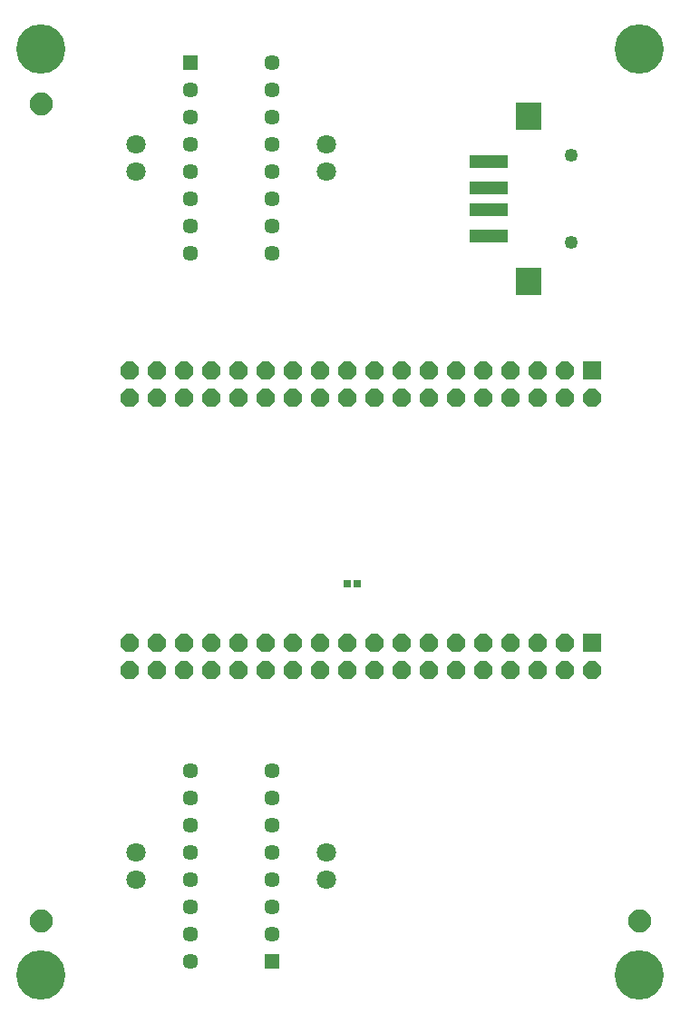
<source format=gbr>
G04 EAGLE Gerber RS-274X export*
G75*
%MOMM*%
%FSLAX34Y34*%
%LPD*%
%INSoldermask Top*%
%IPPOS*%
%AMOC8*
5,1,8,0,0,1.08239X$1,22.5*%
G01*
%ADD10R,1.676400X1.676400*%
%ADD11P,1.814519X8X202.500000*%
%ADD12R,0.652400X0.752400*%
%ADD13R,3.542400X1.272400*%
%ADD14C,1.252400*%
%ADD15R,2.372400X2.592400*%
%ADD16C,1.803400*%
%ADD17R,1.447800X1.447800*%
%ADD18C,1.447800*%
%ADD19C,4.597400*%
%ADD20C,0.609600*%
%ADD21C,1.168400*%


D10*
X553040Y602240D03*
D11*
X553040Y576840D03*
X527640Y602240D03*
X527640Y576840D03*
X502240Y602240D03*
X502240Y576840D03*
X476840Y602240D03*
X476840Y576840D03*
X451440Y602240D03*
X451440Y576840D03*
X426040Y602240D03*
X426040Y576840D03*
X400640Y602240D03*
X400640Y576840D03*
X375240Y602240D03*
X375240Y576840D03*
X349840Y602240D03*
X349840Y576840D03*
X324440Y602240D03*
X324440Y576840D03*
X299040Y602240D03*
X299040Y576840D03*
X273640Y602240D03*
X273640Y576840D03*
X248240Y602240D03*
X248240Y576840D03*
X222840Y602240D03*
X222840Y576840D03*
X197440Y602240D03*
X197440Y576840D03*
X172040Y602240D03*
X172040Y576840D03*
X146640Y602240D03*
X146640Y576840D03*
X121240Y602240D03*
X121240Y576840D03*
D10*
X553040Y348240D03*
D11*
X553040Y322840D03*
X527640Y348240D03*
X527640Y322840D03*
X502240Y348240D03*
X502240Y322840D03*
X476840Y348240D03*
X476840Y322840D03*
X451440Y348240D03*
X451440Y322840D03*
X426040Y348240D03*
X426040Y322840D03*
X400640Y348240D03*
X400640Y322840D03*
X375240Y348240D03*
X375240Y322840D03*
X349840Y348240D03*
X349840Y322840D03*
X324440Y348240D03*
X324440Y322840D03*
X299040Y348240D03*
X299040Y322840D03*
X273640Y348240D03*
X273640Y322840D03*
X248240Y348240D03*
X248240Y322840D03*
X222840Y348240D03*
X222840Y322840D03*
X197440Y348240D03*
X197440Y322840D03*
X172040Y348240D03*
X172040Y322840D03*
X146640Y348240D03*
X146640Y322840D03*
X121240Y348240D03*
X121240Y322840D03*
D12*
X333930Y402590D03*
X323930Y402590D03*
D13*
X456600Y727000D03*
X456600Y797000D03*
X456600Y752000D03*
X456600Y772000D03*
D14*
X533400Y721400D03*
X533400Y802600D03*
D15*
X493400Y685300D03*
X493400Y838700D03*
D16*
X304800Y812800D03*
X304800Y787400D03*
X127000Y127000D03*
X127000Y152400D03*
X304800Y127000D03*
X304800Y152400D03*
X127000Y812800D03*
X127000Y787400D03*
D17*
X254000Y50800D03*
D18*
X254000Y76200D03*
X254000Y101600D03*
X254000Y127000D03*
X254000Y152400D03*
X254000Y177800D03*
X254000Y203200D03*
X254000Y228600D03*
X177800Y228600D03*
X177800Y203200D03*
X177800Y177800D03*
X177800Y152400D03*
X177800Y127000D03*
X177800Y101600D03*
X177800Y76200D03*
X177800Y50800D03*
D17*
X177800Y889000D03*
D18*
X177800Y863600D03*
X177800Y838200D03*
X177800Y812800D03*
X177800Y787400D03*
X177800Y762000D03*
X177800Y736600D03*
X177800Y711200D03*
X254000Y711200D03*
X254000Y736600D03*
X254000Y762000D03*
X254000Y787400D03*
X254000Y812800D03*
X254000Y838200D03*
X254000Y863600D03*
X254000Y889000D03*
D19*
X38100Y38100D03*
X596900Y38100D03*
X596900Y901700D03*
X38100Y901700D03*
D20*
X30480Y88900D02*
X30482Y89087D01*
X30489Y89274D01*
X30501Y89461D01*
X30517Y89647D01*
X30537Y89833D01*
X30562Y90018D01*
X30592Y90203D01*
X30626Y90387D01*
X30665Y90570D01*
X30708Y90752D01*
X30756Y90932D01*
X30808Y91112D01*
X30865Y91290D01*
X30925Y91467D01*
X30991Y91642D01*
X31060Y91816D01*
X31134Y91988D01*
X31212Y92158D01*
X31294Y92326D01*
X31380Y92492D01*
X31470Y92656D01*
X31564Y92817D01*
X31662Y92977D01*
X31764Y93133D01*
X31870Y93288D01*
X31980Y93439D01*
X32093Y93588D01*
X32210Y93734D01*
X32330Y93877D01*
X32454Y94017D01*
X32581Y94154D01*
X32712Y94288D01*
X32846Y94419D01*
X32983Y94546D01*
X33123Y94670D01*
X33266Y94790D01*
X33412Y94907D01*
X33561Y95020D01*
X33712Y95130D01*
X33867Y95236D01*
X34023Y95338D01*
X34183Y95436D01*
X34344Y95530D01*
X34508Y95620D01*
X34674Y95706D01*
X34842Y95788D01*
X35012Y95866D01*
X35184Y95940D01*
X35358Y96009D01*
X35533Y96075D01*
X35710Y96135D01*
X35888Y96192D01*
X36068Y96244D01*
X36248Y96292D01*
X36430Y96335D01*
X36613Y96374D01*
X36797Y96408D01*
X36982Y96438D01*
X37167Y96463D01*
X37353Y96483D01*
X37539Y96499D01*
X37726Y96511D01*
X37913Y96518D01*
X38100Y96520D01*
X38287Y96518D01*
X38474Y96511D01*
X38661Y96499D01*
X38847Y96483D01*
X39033Y96463D01*
X39218Y96438D01*
X39403Y96408D01*
X39587Y96374D01*
X39770Y96335D01*
X39952Y96292D01*
X40132Y96244D01*
X40312Y96192D01*
X40490Y96135D01*
X40667Y96075D01*
X40842Y96009D01*
X41016Y95940D01*
X41188Y95866D01*
X41358Y95788D01*
X41526Y95706D01*
X41692Y95620D01*
X41856Y95530D01*
X42017Y95436D01*
X42177Y95338D01*
X42333Y95236D01*
X42488Y95130D01*
X42639Y95020D01*
X42788Y94907D01*
X42934Y94790D01*
X43077Y94670D01*
X43217Y94546D01*
X43354Y94419D01*
X43488Y94288D01*
X43619Y94154D01*
X43746Y94017D01*
X43870Y93877D01*
X43990Y93734D01*
X44107Y93588D01*
X44220Y93439D01*
X44330Y93288D01*
X44436Y93133D01*
X44538Y92977D01*
X44636Y92817D01*
X44730Y92656D01*
X44820Y92492D01*
X44906Y92326D01*
X44988Y92158D01*
X45066Y91988D01*
X45140Y91816D01*
X45209Y91642D01*
X45275Y91467D01*
X45335Y91290D01*
X45392Y91112D01*
X45444Y90932D01*
X45492Y90752D01*
X45535Y90570D01*
X45574Y90387D01*
X45608Y90203D01*
X45638Y90018D01*
X45663Y89833D01*
X45683Y89647D01*
X45699Y89461D01*
X45711Y89274D01*
X45718Y89087D01*
X45720Y88900D01*
X45718Y88713D01*
X45711Y88526D01*
X45699Y88339D01*
X45683Y88153D01*
X45663Y87967D01*
X45638Y87782D01*
X45608Y87597D01*
X45574Y87413D01*
X45535Y87230D01*
X45492Y87048D01*
X45444Y86868D01*
X45392Y86688D01*
X45335Y86510D01*
X45275Y86333D01*
X45209Y86158D01*
X45140Y85984D01*
X45066Y85812D01*
X44988Y85642D01*
X44906Y85474D01*
X44820Y85308D01*
X44730Y85144D01*
X44636Y84983D01*
X44538Y84823D01*
X44436Y84667D01*
X44330Y84512D01*
X44220Y84361D01*
X44107Y84212D01*
X43990Y84066D01*
X43870Y83923D01*
X43746Y83783D01*
X43619Y83646D01*
X43488Y83512D01*
X43354Y83381D01*
X43217Y83254D01*
X43077Y83130D01*
X42934Y83010D01*
X42788Y82893D01*
X42639Y82780D01*
X42488Y82670D01*
X42333Y82564D01*
X42177Y82462D01*
X42017Y82364D01*
X41856Y82270D01*
X41692Y82180D01*
X41526Y82094D01*
X41358Y82012D01*
X41188Y81934D01*
X41016Y81860D01*
X40842Y81791D01*
X40667Y81725D01*
X40490Y81665D01*
X40312Y81608D01*
X40132Y81556D01*
X39952Y81508D01*
X39770Y81465D01*
X39587Y81426D01*
X39403Y81392D01*
X39218Y81362D01*
X39033Y81337D01*
X38847Y81317D01*
X38661Y81301D01*
X38474Y81289D01*
X38287Y81282D01*
X38100Y81280D01*
X37913Y81282D01*
X37726Y81289D01*
X37539Y81301D01*
X37353Y81317D01*
X37167Y81337D01*
X36982Y81362D01*
X36797Y81392D01*
X36613Y81426D01*
X36430Y81465D01*
X36248Y81508D01*
X36068Y81556D01*
X35888Y81608D01*
X35710Y81665D01*
X35533Y81725D01*
X35358Y81791D01*
X35184Y81860D01*
X35012Y81934D01*
X34842Y82012D01*
X34674Y82094D01*
X34508Y82180D01*
X34344Y82270D01*
X34183Y82364D01*
X34023Y82462D01*
X33867Y82564D01*
X33712Y82670D01*
X33561Y82780D01*
X33412Y82893D01*
X33266Y83010D01*
X33123Y83130D01*
X32983Y83254D01*
X32846Y83381D01*
X32712Y83512D01*
X32581Y83646D01*
X32454Y83783D01*
X32330Y83923D01*
X32210Y84066D01*
X32093Y84212D01*
X31980Y84361D01*
X31870Y84512D01*
X31764Y84667D01*
X31662Y84823D01*
X31564Y84983D01*
X31470Y85144D01*
X31380Y85308D01*
X31294Y85474D01*
X31212Y85642D01*
X31134Y85812D01*
X31060Y85984D01*
X30991Y86158D01*
X30925Y86333D01*
X30865Y86510D01*
X30808Y86688D01*
X30756Y86868D01*
X30708Y87048D01*
X30665Y87230D01*
X30626Y87413D01*
X30592Y87597D01*
X30562Y87782D01*
X30537Y87967D01*
X30517Y88153D01*
X30501Y88339D01*
X30489Y88526D01*
X30482Y88713D01*
X30480Y88900D01*
D21*
X38100Y88900D03*
D20*
X589280Y88900D02*
X589282Y89087D01*
X589289Y89274D01*
X589301Y89461D01*
X589317Y89647D01*
X589337Y89833D01*
X589362Y90018D01*
X589392Y90203D01*
X589426Y90387D01*
X589465Y90570D01*
X589508Y90752D01*
X589556Y90932D01*
X589608Y91112D01*
X589665Y91290D01*
X589725Y91467D01*
X589791Y91642D01*
X589860Y91816D01*
X589934Y91988D01*
X590012Y92158D01*
X590094Y92326D01*
X590180Y92492D01*
X590270Y92656D01*
X590364Y92817D01*
X590462Y92977D01*
X590564Y93133D01*
X590670Y93288D01*
X590780Y93439D01*
X590893Y93588D01*
X591010Y93734D01*
X591130Y93877D01*
X591254Y94017D01*
X591381Y94154D01*
X591512Y94288D01*
X591646Y94419D01*
X591783Y94546D01*
X591923Y94670D01*
X592066Y94790D01*
X592212Y94907D01*
X592361Y95020D01*
X592512Y95130D01*
X592667Y95236D01*
X592823Y95338D01*
X592983Y95436D01*
X593144Y95530D01*
X593308Y95620D01*
X593474Y95706D01*
X593642Y95788D01*
X593812Y95866D01*
X593984Y95940D01*
X594158Y96009D01*
X594333Y96075D01*
X594510Y96135D01*
X594688Y96192D01*
X594868Y96244D01*
X595048Y96292D01*
X595230Y96335D01*
X595413Y96374D01*
X595597Y96408D01*
X595782Y96438D01*
X595967Y96463D01*
X596153Y96483D01*
X596339Y96499D01*
X596526Y96511D01*
X596713Y96518D01*
X596900Y96520D01*
X597087Y96518D01*
X597274Y96511D01*
X597461Y96499D01*
X597647Y96483D01*
X597833Y96463D01*
X598018Y96438D01*
X598203Y96408D01*
X598387Y96374D01*
X598570Y96335D01*
X598752Y96292D01*
X598932Y96244D01*
X599112Y96192D01*
X599290Y96135D01*
X599467Y96075D01*
X599642Y96009D01*
X599816Y95940D01*
X599988Y95866D01*
X600158Y95788D01*
X600326Y95706D01*
X600492Y95620D01*
X600656Y95530D01*
X600817Y95436D01*
X600977Y95338D01*
X601133Y95236D01*
X601288Y95130D01*
X601439Y95020D01*
X601588Y94907D01*
X601734Y94790D01*
X601877Y94670D01*
X602017Y94546D01*
X602154Y94419D01*
X602288Y94288D01*
X602419Y94154D01*
X602546Y94017D01*
X602670Y93877D01*
X602790Y93734D01*
X602907Y93588D01*
X603020Y93439D01*
X603130Y93288D01*
X603236Y93133D01*
X603338Y92977D01*
X603436Y92817D01*
X603530Y92656D01*
X603620Y92492D01*
X603706Y92326D01*
X603788Y92158D01*
X603866Y91988D01*
X603940Y91816D01*
X604009Y91642D01*
X604075Y91467D01*
X604135Y91290D01*
X604192Y91112D01*
X604244Y90932D01*
X604292Y90752D01*
X604335Y90570D01*
X604374Y90387D01*
X604408Y90203D01*
X604438Y90018D01*
X604463Y89833D01*
X604483Y89647D01*
X604499Y89461D01*
X604511Y89274D01*
X604518Y89087D01*
X604520Y88900D01*
X604518Y88713D01*
X604511Y88526D01*
X604499Y88339D01*
X604483Y88153D01*
X604463Y87967D01*
X604438Y87782D01*
X604408Y87597D01*
X604374Y87413D01*
X604335Y87230D01*
X604292Y87048D01*
X604244Y86868D01*
X604192Y86688D01*
X604135Y86510D01*
X604075Y86333D01*
X604009Y86158D01*
X603940Y85984D01*
X603866Y85812D01*
X603788Y85642D01*
X603706Y85474D01*
X603620Y85308D01*
X603530Y85144D01*
X603436Y84983D01*
X603338Y84823D01*
X603236Y84667D01*
X603130Y84512D01*
X603020Y84361D01*
X602907Y84212D01*
X602790Y84066D01*
X602670Y83923D01*
X602546Y83783D01*
X602419Y83646D01*
X602288Y83512D01*
X602154Y83381D01*
X602017Y83254D01*
X601877Y83130D01*
X601734Y83010D01*
X601588Y82893D01*
X601439Y82780D01*
X601288Y82670D01*
X601133Y82564D01*
X600977Y82462D01*
X600817Y82364D01*
X600656Y82270D01*
X600492Y82180D01*
X600326Y82094D01*
X600158Y82012D01*
X599988Y81934D01*
X599816Y81860D01*
X599642Y81791D01*
X599467Y81725D01*
X599290Y81665D01*
X599112Y81608D01*
X598932Y81556D01*
X598752Y81508D01*
X598570Y81465D01*
X598387Y81426D01*
X598203Y81392D01*
X598018Y81362D01*
X597833Y81337D01*
X597647Y81317D01*
X597461Y81301D01*
X597274Y81289D01*
X597087Y81282D01*
X596900Y81280D01*
X596713Y81282D01*
X596526Y81289D01*
X596339Y81301D01*
X596153Y81317D01*
X595967Y81337D01*
X595782Y81362D01*
X595597Y81392D01*
X595413Y81426D01*
X595230Y81465D01*
X595048Y81508D01*
X594868Y81556D01*
X594688Y81608D01*
X594510Y81665D01*
X594333Y81725D01*
X594158Y81791D01*
X593984Y81860D01*
X593812Y81934D01*
X593642Y82012D01*
X593474Y82094D01*
X593308Y82180D01*
X593144Y82270D01*
X592983Y82364D01*
X592823Y82462D01*
X592667Y82564D01*
X592512Y82670D01*
X592361Y82780D01*
X592212Y82893D01*
X592066Y83010D01*
X591923Y83130D01*
X591783Y83254D01*
X591646Y83381D01*
X591512Y83512D01*
X591381Y83646D01*
X591254Y83783D01*
X591130Y83923D01*
X591010Y84066D01*
X590893Y84212D01*
X590780Y84361D01*
X590670Y84512D01*
X590564Y84667D01*
X590462Y84823D01*
X590364Y84983D01*
X590270Y85144D01*
X590180Y85308D01*
X590094Y85474D01*
X590012Y85642D01*
X589934Y85812D01*
X589860Y85984D01*
X589791Y86158D01*
X589725Y86333D01*
X589665Y86510D01*
X589608Y86688D01*
X589556Y86868D01*
X589508Y87048D01*
X589465Y87230D01*
X589426Y87413D01*
X589392Y87597D01*
X589362Y87782D01*
X589337Y87967D01*
X589317Y88153D01*
X589301Y88339D01*
X589289Y88526D01*
X589282Y88713D01*
X589280Y88900D01*
D21*
X596900Y88900D03*
D20*
X30480Y850900D02*
X30482Y851087D01*
X30489Y851274D01*
X30501Y851461D01*
X30517Y851647D01*
X30537Y851833D01*
X30562Y852018D01*
X30592Y852203D01*
X30626Y852387D01*
X30665Y852570D01*
X30708Y852752D01*
X30756Y852932D01*
X30808Y853112D01*
X30865Y853290D01*
X30925Y853467D01*
X30991Y853642D01*
X31060Y853816D01*
X31134Y853988D01*
X31212Y854158D01*
X31294Y854326D01*
X31380Y854492D01*
X31470Y854656D01*
X31564Y854817D01*
X31662Y854977D01*
X31764Y855133D01*
X31870Y855288D01*
X31980Y855439D01*
X32093Y855588D01*
X32210Y855734D01*
X32330Y855877D01*
X32454Y856017D01*
X32581Y856154D01*
X32712Y856288D01*
X32846Y856419D01*
X32983Y856546D01*
X33123Y856670D01*
X33266Y856790D01*
X33412Y856907D01*
X33561Y857020D01*
X33712Y857130D01*
X33867Y857236D01*
X34023Y857338D01*
X34183Y857436D01*
X34344Y857530D01*
X34508Y857620D01*
X34674Y857706D01*
X34842Y857788D01*
X35012Y857866D01*
X35184Y857940D01*
X35358Y858009D01*
X35533Y858075D01*
X35710Y858135D01*
X35888Y858192D01*
X36068Y858244D01*
X36248Y858292D01*
X36430Y858335D01*
X36613Y858374D01*
X36797Y858408D01*
X36982Y858438D01*
X37167Y858463D01*
X37353Y858483D01*
X37539Y858499D01*
X37726Y858511D01*
X37913Y858518D01*
X38100Y858520D01*
X38287Y858518D01*
X38474Y858511D01*
X38661Y858499D01*
X38847Y858483D01*
X39033Y858463D01*
X39218Y858438D01*
X39403Y858408D01*
X39587Y858374D01*
X39770Y858335D01*
X39952Y858292D01*
X40132Y858244D01*
X40312Y858192D01*
X40490Y858135D01*
X40667Y858075D01*
X40842Y858009D01*
X41016Y857940D01*
X41188Y857866D01*
X41358Y857788D01*
X41526Y857706D01*
X41692Y857620D01*
X41856Y857530D01*
X42017Y857436D01*
X42177Y857338D01*
X42333Y857236D01*
X42488Y857130D01*
X42639Y857020D01*
X42788Y856907D01*
X42934Y856790D01*
X43077Y856670D01*
X43217Y856546D01*
X43354Y856419D01*
X43488Y856288D01*
X43619Y856154D01*
X43746Y856017D01*
X43870Y855877D01*
X43990Y855734D01*
X44107Y855588D01*
X44220Y855439D01*
X44330Y855288D01*
X44436Y855133D01*
X44538Y854977D01*
X44636Y854817D01*
X44730Y854656D01*
X44820Y854492D01*
X44906Y854326D01*
X44988Y854158D01*
X45066Y853988D01*
X45140Y853816D01*
X45209Y853642D01*
X45275Y853467D01*
X45335Y853290D01*
X45392Y853112D01*
X45444Y852932D01*
X45492Y852752D01*
X45535Y852570D01*
X45574Y852387D01*
X45608Y852203D01*
X45638Y852018D01*
X45663Y851833D01*
X45683Y851647D01*
X45699Y851461D01*
X45711Y851274D01*
X45718Y851087D01*
X45720Y850900D01*
X45718Y850713D01*
X45711Y850526D01*
X45699Y850339D01*
X45683Y850153D01*
X45663Y849967D01*
X45638Y849782D01*
X45608Y849597D01*
X45574Y849413D01*
X45535Y849230D01*
X45492Y849048D01*
X45444Y848868D01*
X45392Y848688D01*
X45335Y848510D01*
X45275Y848333D01*
X45209Y848158D01*
X45140Y847984D01*
X45066Y847812D01*
X44988Y847642D01*
X44906Y847474D01*
X44820Y847308D01*
X44730Y847144D01*
X44636Y846983D01*
X44538Y846823D01*
X44436Y846667D01*
X44330Y846512D01*
X44220Y846361D01*
X44107Y846212D01*
X43990Y846066D01*
X43870Y845923D01*
X43746Y845783D01*
X43619Y845646D01*
X43488Y845512D01*
X43354Y845381D01*
X43217Y845254D01*
X43077Y845130D01*
X42934Y845010D01*
X42788Y844893D01*
X42639Y844780D01*
X42488Y844670D01*
X42333Y844564D01*
X42177Y844462D01*
X42017Y844364D01*
X41856Y844270D01*
X41692Y844180D01*
X41526Y844094D01*
X41358Y844012D01*
X41188Y843934D01*
X41016Y843860D01*
X40842Y843791D01*
X40667Y843725D01*
X40490Y843665D01*
X40312Y843608D01*
X40132Y843556D01*
X39952Y843508D01*
X39770Y843465D01*
X39587Y843426D01*
X39403Y843392D01*
X39218Y843362D01*
X39033Y843337D01*
X38847Y843317D01*
X38661Y843301D01*
X38474Y843289D01*
X38287Y843282D01*
X38100Y843280D01*
X37913Y843282D01*
X37726Y843289D01*
X37539Y843301D01*
X37353Y843317D01*
X37167Y843337D01*
X36982Y843362D01*
X36797Y843392D01*
X36613Y843426D01*
X36430Y843465D01*
X36248Y843508D01*
X36068Y843556D01*
X35888Y843608D01*
X35710Y843665D01*
X35533Y843725D01*
X35358Y843791D01*
X35184Y843860D01*
X35012Y843934D01*
X34842Y844012D01*
X34674Y844094D01*
X34508Y844180D01*
X34344Y844270D01*
X34183Y844364D01*
X34023Y844462D01*
X33867Y844564D01*
X33712Y844670D01*
X33561Y844780D01*
X33412Y844893D01*
X33266Y845010D01*
X33123Y845130D01*
X32983Y845254D01*
X32846Y845381D01*
X32712Y845512D01*
X32581Y845646D01*
X32454Y845783D01*
X32330Y845923D01*
X32210Y846066D01*
X32093Y846212D01*
X31980Y846361D01*
X31870Y846512D01*
X31764Y846667D01*
X31662Y846823D01*
X31564Y846983D01*
X31470Y847144D01*
X31380Y847308D01*
X31294Y847474D01*
X31212Y847642D01*
X31134Y847812D01*
X31060Y847984D01*
X30991Y848158D01*
X30925Y848333D01*
X30865Y848510D01*
X30808Y848688D01*
X30756Y848868D01*
X30708Y849048D01*
X30665Y849230D01*
X30626Y849413D01*
X30592Y849597D01*
X30562Y849782D01*
X30537Y849967D01*
X30517Y850153D01*
X30501Y850339D01*
X30489Y850526D01*
X30482Y850713D01*
X30480Y850900D01*
D21*
X38100Y850900D03*
M02*

</source>
